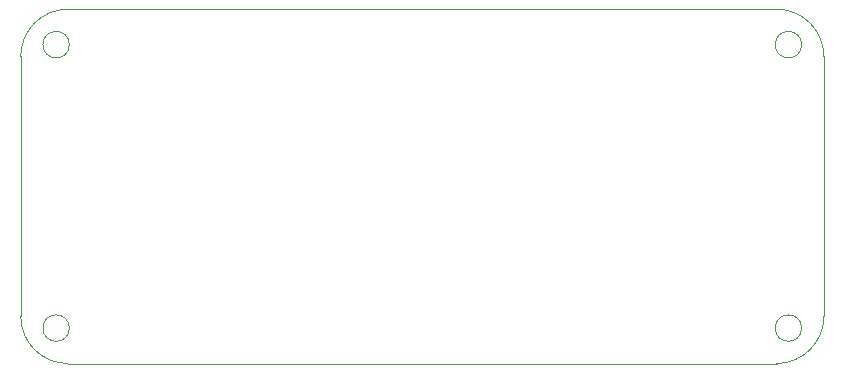
<source format=gm1>
G04 #@! TF.FileFunction,Profile,NP*
%FSLAX46Y46*%
G04 Gerber Fmt 4.6, Leading zero omitted, Abs format (unit mm)*
G04 Created by KiCad (PCBNEW 4.0.2-stable) date Tuesday, November 01, 2016 'pmt' 12:33:55 pm*
%MOMM*%
G01*
G04 APERTURE LIST*
%ADD10C,0.100000*%
G04 APERTURE END LIST*
D10*
X72118034Y-63000000D02*
G75*
G03X72118034Y-63000000I-1118034J0D01*
G01*
X72118034Y-39000000D02*
G75*
G03X72118034Y-39000000I-1118034J0D01*
G01*
X134118034Y-63000000D02*
G75*
G03X134118034Y-63000000I-1118034J0D01*
G01*
X134118034Y-39000000D02*
G75*
G03X134118034Y-39000000I-1118034J0D01*
G01*
X72000000Y-36000000D02*
X132000000Y-36000000D01*
X68000000Y-62000000D02*
X68000000Y-40000000D01*
X132000000Y-66000000D02*
X72000000Y-66000000D01*
X136000000Y-40000000D02*
X136000000Y-62000000D01*
X68000000Y-62000000D02*
G75*
G03X72000000Y-66000000I4000000J0D01*
G01*
X72000000Y-36000000D02*
G75*
G03X68000000Y-40000000I0J-4000000D01*
G01*
X132000000Y-66000000D02*
G75*
G03X136000000Y-62000000I0J4000000D01*
G01*
X136000000Y-40000000D02*
G75*
G03X132000000Y-36000000I-4000000J0D01*
G01*
M02*

</source>
